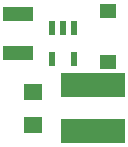
<source format=gbr>
G04 EAGLE Gerber RS-274X export*
G75*
%MOMM*%
%FSLAX34Y34*%
%LPD*%
%INSolderpaste Top*%
%IPPOS*%
%AMOC8*
5,1,8,0,0,1.08239X$1,22.5*%
G01*
%ADD10R,0.550000X1.200000*%
%ADD11R,1.470000X1.270000*%
%ADD12R,1.600000X1.400000*%
%ADD13R,2.500000X1.200000*%
%ADD14R,5.500000X2.150000*%


D10*
X73000Y131111D03*
X63500Y131111D03*
X54000Y131111D03*
X54000Y105109D03*
X73000Y105109D03*
D11*
X101600Y102960D03*
X101600Y145960D03*
D12*
X38100Y77500D03*
X38100Y49500D03*
D13*
X25400Y110500D03*
X25400Y143500D03*
D14*
X88900Y44300D03*
X88900Y82700D03*
M02*

</source>
